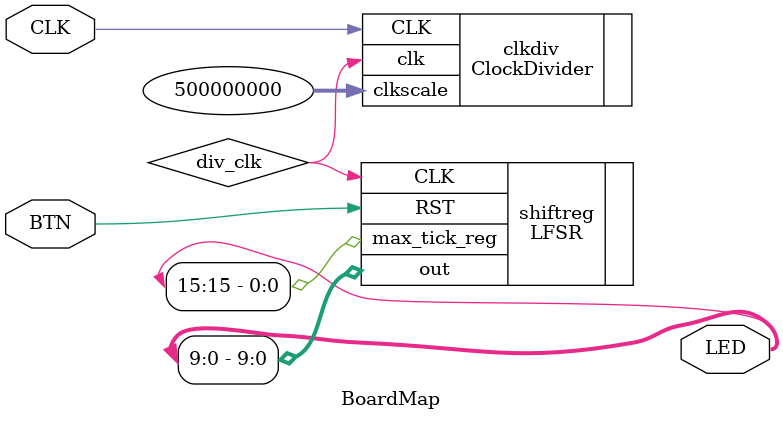
<source format=v>
`timescale 1ns / 1ps

module BoardMap(
    input CLK,
    input BTN,
    output [15:0] LED
    );
    //instanciation 
    wire div_clk;
    ClockDivider clkdiv(.CLK(CLK), .clkscale(500000000), .clk(div_clk));
    LFSR shiftreg(.CLK(div_clk), .RST(BTN), .max_tick_reg(LED[15]), .out(LED[9:0]));
    
endmodule

</source>
